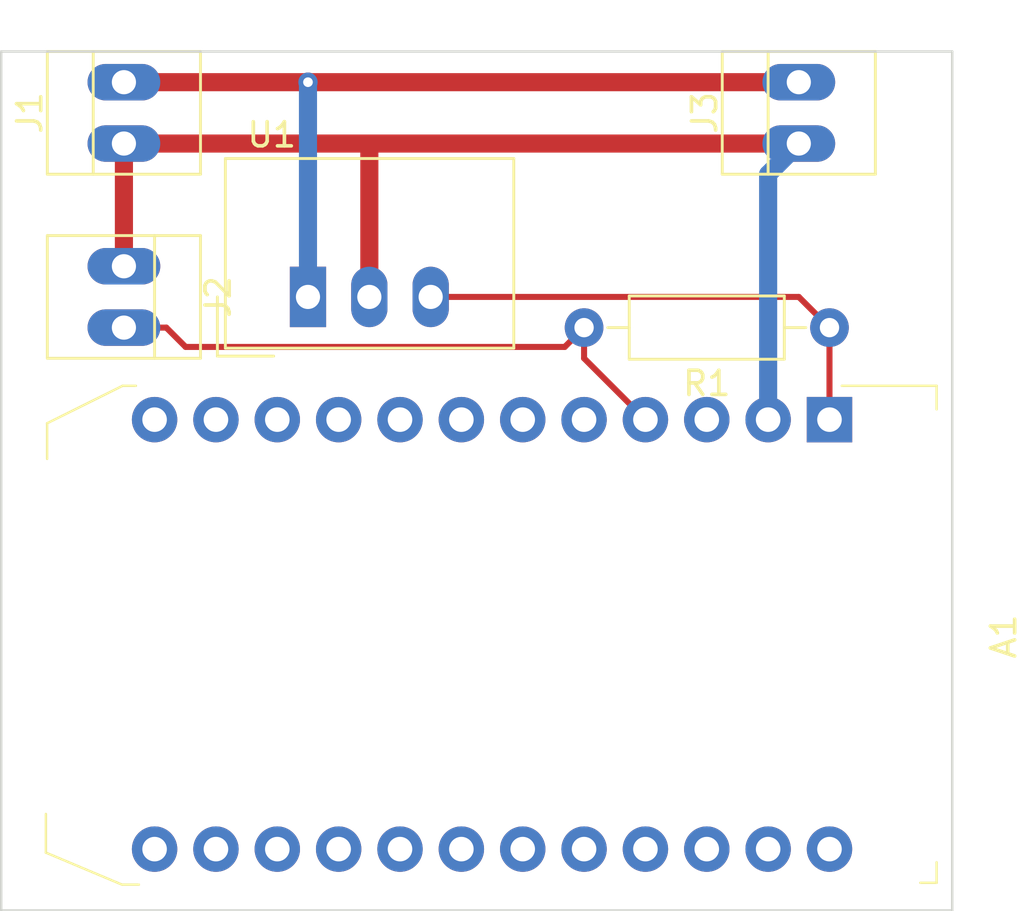
<source format=kicad_pcb>
(kicad_pcb (version 20171130) (host pcbnew "(5.1.4-0-10_14)")

  (general
    (thickness 1.6)
    (drawings 4)
    (tracks 20)
    (zones 0)
    (modules 6)
    (nets 26)
  )

  (page A4)
  (layers
    (0 F.Cu signal)
    (31 B.Cu signal)
    (32 B.Adhes user)
    (33 F.Adhes user)
    (34 B.Paste user)
    (35 F.Paste user)
    (36 B.SilkS user)
    (37 F.SilkS user)
    (38 B.Mask user)
    (39 F.Mask user)
    (40 Dwgs.User user)
    (41 Cmts.User user)
    (42 Eco1.User user)
    (43 Eco2.User user)
    (44 Edge.Cuts user)
    (45 Margin user)
    (46 B.CrtYd user)
    (47 F.CrtYd user)
    (48 B.Fab user)
    (49 F.Fab user)
  )

  (setup
    (last_trace_width 0.25)
    (trace_clearance 0.2)
    (zone_clearance 0.508)
    (zone_45_only no)
    (trace_min 0.2)
    (via_size 0.8)
    (via_drill 0.4)
    (via_min_size 0.4)
    (via_min_drill 0.3)
    (uvia_size 0.3)
    (uvia_drill 0.1)
    (uvias_allowed no)
    (uvia_min_size 0.2)
    (uvia_min_drill 0.1)
    (edge_width 0.05)
    (segment_width 0.2)
    (pcb_text_width 0.3)
    (pcb_text_size 1.5 1.5)
    (mod_edge_width 0.12)
    (mod_text_size 1 1)
    (mod_text_width 0.15)
    (pad_size 1.524 1.524)
    (pad_drill 0.762)
    (pad_to_mask_clearance 0.051)
    (solder_mask_min_width 0.25)
    (aux_axis_origin 0 0)
    (visible_elements FFFFFF7F)
    (pcbplotparams
      (layerselection 0x010fc_ffffffff)
      (usegerberextensions false)
      (usegerberattributes false)
      (usegerberadvancedattributes false)
      (creategerberjobfile false)
      (excludeedgelayer true)
      (linewidth 0.100000)
      (plotframeref false)
      (viasonmask false)
      (mode 1)
      (useauxorigin false)
      (hpglpennumber 1)
      (hpglpenspeed 20)
      (hpglpendiameter 15.000000)
      (psnegative false)
      (psa4output false)
      (plotreference true)
      (plotvalue true)
      (plotinvisibletext false)
      (padsonsilk false)
      (subtractmaskfromsilk false)
      (outputformat 1)
      (mirror false)
      (drillshape 1)
      (scaleselection 1)
      (outputdirectory ""))
  )

  (net 0 "")
  (net 1 "Net-(A1-Pad24)")
  (net 2 "Net-(A1-Pad23)")
  (net 3 "Net-(A1-Pad22)")
  (net 4 "Net-(A1-Pad21)")
  (net 5 "Net-(A1-Pad20)")
  (net 6 "Net-(A1-Pad19)")
  (net 7 "Net-(A1-Pad18)")
  (net 8 "Net-(A1-Pad17)")
  (net 9 "Net-(A1-Pad16)")
  (net 10 "Net-(A1-Pad15)")
  (net 11 "Net-(A1-Pad14)")
  (net 12 "Net-(A1-Pad13)")
  (net 13 "Net-(A1-Pad1)")
  (net 14 "Net-(A1-Pad2)")
  (net 15 "Net-(A1-Pad3)")
  (net 16 "Net-(A1-Pad4)")
  (net 17 "Net-(A1-Pad5)")
  (net 18 "Net-(A1-Pad6)")
  (net 19 "Net-(A1-Pad7)")
  (net 20 "Net-(A1-Pad8)")
  (net 21 "Net-(A1-Pad9)")
  (net 22 "Net-(A1-Pad10)")
  (net 23 "Net-(A1-Pad11)")
  (net 24 "Net-(A1-Pad12)")
  (net 25 "Net-(J1-Pad2)")

  (net_class Default "This is the default net class."
    (clearance 0.2)
    (trace_width 0.25)
    (via_dia 0.8)
    (via_drill 0.4)
    (uvia_dia 0.3)
    (uvia_drill 0.1)
    (add_net "Net-(A1-Pad1)")
    (add_net "Net-(A1-Pad10)")
    (add_net "Net-(A1-Pad11)")
    (add_net "Net-(A1-Pad12)")
    (add_net "Net-(A1-Pad13)")
    (add_net "Net-(A1-Pad14)")
    (add_net "Net-(A1-Pad15)")
    (add_net "Net-(A1-Pad16)")
    (add_net "Net-(A1-Pad17)")
    (add_net "Net-(A1-Pad18)")
    (add_net "Net-(A1-Pad19)")
    (add_net "Net-(A1-Pad2)")
    (add_net "Net-(A1-Pad20)")
    (add_net "Net-(A1-Pad21)")
    (add_net "Net-(A1-Pad22)")
    (add_net "Net-(A1-Pad23)")
    (add_net "Net-(A1-Pad24)")
    (add_net "Net-(A1-Pad3)")
    (add_net "Net-(A1-Pad4)")
    (add_net "Net-(A1-Pad5)")
    (add_net "Net-(A1-Pad6)")
    (add_net "Net-(A1-Pad7)")
    (add_net "Net-(A1-Pad8)")
    (add_net "Net-(A1-Pad9)")
    (add_net "Net-(J1-Pad2)")
  )

  (module Connectors:PINHEAD1-2 (layer F.Cu) (tedit 0) (tstamp 5DDEE3E1)
    (at 69.85 77.47 270)
    (path /5DE06DFD)
    (fp_text reference J2 (at 1.27 -3.9 90) (layer F.SilkS)
      (effects (font (size 1 1) (thickness 0.15)))
    )
    (fp_text value Conn_01x02 (at 1.27 3.81 90) (layer F.Fab)
      (effects (font (size 1 1) (thickness 0.15)))
    )
    (fp_line (start 3.81 -1.27) (end -1.27 -1.27) (layer F.SilkS) (width 0.12))
    (fp_line (start 3.81 3.17) (end -1.27 3.17) (layer F.SilkS) (width 0.12))
    (fp_line (start -1.27 -3.17) (end 3.81 -3.17) (layer F.SilkS) (width 0.12))
    (fp_line (start -1.27 -3.17) (end -1.27 3.17) (layer F.SilkS) (width 0.12))
    (fp_line (start 3.81 -3.17) (end 3.81 3.17) (layer F.SilkS) (width 0.12))
    (fp_line (start -1.52 -3.42) (end 4.06 -3.42) (layer F.CrtYd) (width 0.05))
    (fp_line (start -1.52 -3.42) (end -1.52 3.42) (layer F.CrtYd) (width 0.05))
    (fp_line (start 4.06 3.42) (end 4.06 -3.42) (layer F.CrtYd) (width 0.05))
    (fp_line (start 4.06 3.42) (end -1.52 3.42) (layer F.CrtYd) (width 0.05))
    (pad 1 thru_hole oval (at 0 0 270) (size 1.51 3.01) (drill 1) (layers *.Cu *.Mask)
      (net 14 "Net-(A1-Pad2)"))
    (pad 2 thru_hole oval (at 2.54 0 270) (size 1.51 3.01) (drill 1) (layers *.Cu *.Mask)
      (net 16 "Net-(A1-Pad4)"))
  )

  (module Converters_DCDC_ACDC:DCDC-Conv_TRACO_TSR-1 (layer F.Cu) (tedit 59FE1FB7) (tstamp 5DDEED4F)
    (at 77.47 78.74)
    (descr "DCDC-Converter, TRACO, TSR 1-xxxx")
    (tags "DCDC-Converter TRACO TSR-1")
    (path /5DDF8366)
    (fp_text reference U1 (at -1.5 -6.71) (layer F.SilkS)
      (effects (font (size 1 1) (thickness 0.15)))
    )
    (fp_text value TSR_1-2450 (at 2.5 3.25) (layer F.Fab)
      (effects (font (size 1 1) (thickness 0.15)))
    )
    (fp_text user %R (at 3 -3 270) (layer F.Fab)
      (effects (font (size 1 1) (thickness 0.15)))
    )
    (fp_line (start -3.75 2.45) (end -1.42 2.45) (layer F.SilkS) (width 0.12))
    (fp_line (start -3.75 0) (end -3.75 2.45) (layer F.SilkS) (width 0.12))
    (fp_line (start -3.3 1) (end -2.3 2) (layer F.Fab) (width 0.1))
    (fp_line (start -3.3 1) (end -3.3 -5.6) (layer F.Fab) (width 0.1))
    (fp_line (start 8.4 2) (end 8.4 -5.6) (layer F.Fab) (width 0.1))
    (fp_line (start -3.3 -5.6) (end 8.4 -5.6) (layer F.Fab) (width 0.1))
    (fp_line (start -3.55 2.25) (end -3.55 -5.85) (layer F.CrtYd) (width 0.05))
    (fp_line (start 8.65 2.25) (end -3.55 2.25) (layer F.CrtYd) (width 0.05))
    (fp_line (start 8.65 -5.85) (end 8.65 2.25) (layer F.CrtYd) (width 0.05))
    (fp_line (start -3.55 -5.85) (end 8.65 -5.85) (layer F.CrtYd) (width 0.05))
    (fp_line (start 8.52 2.12) (end -3.42 2.12) (layer F.SilkS) (width 0.12))
    (fp_line (start 8.52 -5.73) (end 8.52 2.12) (layer F.SilkS) (width 0.12))
    (fp_line (start -3.42 -5.73) (end 8.52 -5.73) (layer F.SilkS) (width 0.12))
    (fp_line (start -3.42 2.12) (end -3.42 -5.73) (layer F.SilkS) (width 0.12))
    (fp_line (start -2.3 2) (end 8.4 2) (layer F.Fab) (width 0.1))
    (pad 1 thru_hole rect (at 0 0) (size 1.5 2.5) (drill 1) (layers *.Cu *.Mask)
      (net 25 "Net-(J1-Pad2)"))
    (pad 2 thru_hole oval (at 2.54 0) (size 1.5 2.5) (drill 1) (layers *.Cu *.Mask)
      (net 14 "Net-(A1-Pad2)"))
    (pad 3 thru_hole oval (at 5.08 0) (size 1.5 2.5) (drill 1) (layers *.Cu *.Mask)
      (net 13 "Net-(A1-Pad1)"))
    (model ${KISYS3DMOD}/Converters_DCDC_ACDC.3dshapes/DCDC-Conv_TRACO_TSR-1.wrl
      (at (xyz 0 0 0))
      (scale (xyz 1 1 1))
      (rotate (xyz 0 0 0))
    )
  )

  (module Connectors:PINHEAD1-2 (layer F.Cu) (tedit 0) (tstamp 5DDEF2AA)
    (at 97.79 72.39 90)
    (path /5DE06373)
    (fp_text reference J3 (at 1.27 -3.9 90) (layer F.SilkS)
      (effects (font (size 1 1) (thickness 0.15)))
    )
    (fp_text value Conn_01x02 (at 1.27 3.81 90) (layer F.Fab)
      (effects (font (size 1 1) (thickness 0.15)))
    )
    (fp_line (start 3.81 -1.27) (end -1.27 -1.27) (layer F.SilkS) (width 0.12))
    (fp_line (start 3.81 3.17) (end -1.27 3.17) (layer F.SilkS) (width 0.12))
    (fp_line (start -1.27 -3.17) (end 3.81 -3.17) (layer F.SilkS) (width 0.12))
    (fp_line (start -1.27 -3.17) (end -1.27 3.17) (layer F.SilkS) (width 0.12))
    (fp_line (start 3.81 -3.17) (end 3.81 3.17) (layer F.SilkS) (width 0.12))
    (fp_line (start -1.52 -3.42) (end 4.06 -3.42) (layer F.CrtYd) (width 0.05))
    (fp_line (start -1.52 -3.42) (end -1.52 3.42) (layer F.CrtYd) (width 0.05))
    (fp_line (start 4.06 3.42) (end 4.06 -3.42) (layer F.CrtYd) (width 0.05))
    (fp_line (start 4.06 3.42) (end -1.52 3.42) (layer F.CrtYd) (width 0.05))
    (pad 1 thru_hole oval (at 0 0 90) (size 1.51 3.01) (drill 1) (layers *.Cu *.Mask)
      (net 14 "Net-(A1-Pad2)"))
    (pad 2 thru_hole oval (at 2.54 0 90) (size 1.51 3.01) (drill 1) (layers *.Cu *.Mask)
      (net 25 "Net-(J1-Pad2)"))
  )

  (module Resistors_THT:R_Axial_DIN0207_L6.3mm_D2.5mm_P10.16mm_Horizontal (layer F.Cu) (tedit 5874F706) (tstamp 5DDEEDFD)
    (at 99.06 80.01 180)
    (descr "Resistor, Axial_DIN0207 series, Axial, Horizontal, pin pitch=10.16mm, 0.25W = 1/4W, length*diameter=6.3*2.5mm^2, http://cdn-reichelt.de/documents/datenblatt/B400/1_4W%23YAG.pdf")
    (tags "Resistor Axial_DIN0207 series Axial Horizontal pin pitch 10.16mm 0.25W = 1/4W length 6.3mm diameter 2.5mm")
    (path /5DDF728B)
    (fp_text reference R1 (at 5.08 -2.31) (layer F.SilkS)
      (effects (font (size 1 1) (thickness 0.15)))
    )
    (fp_text value 1k (at 5.08 2.31) (layer F.Fab)
      (effects (font (size 1 1) (thickness 0.15)))
    )
    (fp_line (start 1.93 -1.25) (end 1.93 1.25) (layer F.Fab) (width 0.1))
    (fp_line (start 1.93 1.25) (end 8.23 1.25) (layer F.Fab) (width 0.1))
    (fp_line (start 8.23 1.25) (end 8.23 -1.25) (layer F.Fab) (width 0.1))
    (fp_line (start 8.23 -1.25) (end 1.93 -1.25) (layer F.Fab) (width 0.1))
    (fp_line (start 0 0) (end 1.93 0) (layer F.Fab) (width 0.1))
    (fp_line (start 10.16 0) (end 8.23 0) (layer F.Fab) (width 0.1))
    (fp_line (start 1.87 -1.31) (end 1.87 1.31) (layer F.SilkS) (width 0.12))
    (fp_line (start 1.87 1.31) (end 8.29 1.31) (layer F.SilkS) (width 0.12))
    (fp_line (start 8.29 1.31) (end 8.29 -1.31) (layer F.SilkS) (width 0.12))
    (fp_line (start 8.29 -1.31) (end 1.87 -1.31) (layer F.SilkS) (width 0.12))
    (fp_line (start 0.98 0) (end 1.87 0) (layer F.SilkS) (width 0.12))
    (fp_line (start 9.18 0) (end 8.29 0) (layer F.SilkS) (width 0.12))
    (fp_line (start -1.05 -1.6) (end -1.05 1.6) (layer F.CrtYd) (width 0.05))
    (fp_line (start -1.05 1.6) (end 11.25 1.6) (layer F.CrtYd) (width 0.05))
    (fp_line (start 11.25 1.6) (end 11.25 -1.6) (layer F.CrtYd) (width 0.05))
    (fp_line (start 11.25 -1.6) (end -1.05 -1.6) (layer F.CrtYd) (width 0.05))
    (pad 1 thru_hole circle (at 0 0 180) (size 1.6 1.6) (drill 0.8) (layers *.Cu *.Mask)
      (net 13 "Net-(A1-Pad1)"))
    (pad 2 thru_hole oval (at 10.16 0 180) (size 1.6 1.6) (drill 0.8) (layers *.Cu *.Mask)
      (net 16 "Net-(A1-Pad4)"))
    (model ${KISYS3DMOD}/Resistors_THT.3dshapes/R_Axial_DIN0207_L6.3mm_D2.5mm_P10.16mm_Horizontal.wrl
      (at (xyz 0 0 0))
      (scale (xyz 0.393701 0.393701 0.393701))
      (rotate (xyz 0 0 0))
    )
  )

  (module Connectors:PINHEAD1-2 (layer F.Cu) (tedit 0) (tstamp 5DDEEE6F)
    (at 69.85 72.39 90)
    (path /5DE04A03)
    (fp_text reference J1 (at 1.27 -3.9 90) (layer F.SilkS)
      (effects (font (size 1 1) (thickness 0.15)))
    )
    (fp_text value Conn_01x02 (at 1.27 3.81 90) (layer F.Fab)
      (effects (font (size 1 1) (thickness 0.15)))
    )
    (fp_line (start 3.81 -1.27) (end -1.27 -1.27) (layer F.SilkS) (width 0.12))
    (fp_line (start 3.81 3.17) (end -1.27 3.17) (layer F.SilkS) (width 0.12))
    (fp_line (start -1.27 -3.17) (end 3.81 -3.17) (layer F.SilkS) (width 0.12))
    (fp_line (start -1.27 -3.17) (end -1.27 3.17) (layer F.SilkS) (width 0.12))
    (fp_line (start 3.81 -3.17) (end 3.81 3.17) (layer F.SilkS) (width 0.12))
    (fp_line (start -1.52 -3.42) (end 4.06 -3.42) (layer F.CrtYd) (width 0.05))
    (fp_line (start -1.52 -3.42) (end -1.52 3.42) (layer F.CrtYd) (width 0.05))
    (fp_line (start 4.06 3.42) (end 4.06 -3.42) (layer F.CrtYd) (width 0.05))
    (fp_line (start 4.06 3.42) (end -1.52 3.42) (layer F.CrtYd) (width 0.05))
    (pad 1 thru_hole oval (at 0 0 90) (size 1.51 3.01) (drill 1) (layers *.Cu *.Mask)
      (net 14 "Net-(A1-Pad2)"))
    (pad 2 thru_hole oval (at 2.54 0 90) (size 1.51 3.01) (drill 1) (layers *.Cu *.Mask)
      (net 25 "Net-(J1-Pad2)"))
  )

  (module digikey-footprints:Particle_Photon (layer F.Cu) (tedit 59CD2E49) (tstamp 5DDEDDB3)
    (at 71.12 83.82 270)
    (path /5DDF2761)
    (fp_text reference A1 (at 8.975 -35.15 90) (layer F.SilkS)
      (effects (font (size 1 1) (thickness 0.15)))
    )
    (fp_text value PHOTONH (at 8.7 5.325 90) (layer F.Fab)
      (effects (font (size 1 1) (thickness 0.15)))
    )
    (fp_line (start -1.27 -32.258) (end -1.27 1.27) (layer F.Fab) (width 0.1016))
    (fp_line (start 19.05 1.27) (end 19.05 -32.258) (layer F.Fab) (width 0.1016))
    (fp_line (start -1.27 -32.258) (end 4.8768 -32.258) (layer F.Fab) (width 0.1016))
    (fp_line (start 4.8768 -32.258) (end 4.8768 -34.163) (layer F.Fab) (width 0.1016))
    (fp_line (start 4.8768 -34.163) (end 12.9032 -34.163) (layer F.Fab) (width 0.1016))
    (fp_line (start 12.9032 -34.163) (end 12.9032 -32.258) (layer F.Fab) (width 0.1016))
    (fp_line (start 12.9032 -32.258) (end 19.05 -32.258) (layer F.Fab) (width 0.1016))
    (fp_line (start 17.78 4.318) (end 0.254 4.318) (layer F.Fab) (width 0.1016))
    (fp_line (start -1.27 1.27) (end 0.254 4.318) (layer F.Fab) (width 0.1016))
    (fp_line (start 19.05 1.27) (end 17.78 4.318) (layer F.Fab) (width 0.1016))
    (fp_line (start 19.175 -32.375) (end 19.175 -31.7) (layer F.SilkS) (width 0.1016))
    (fp_line (start 18.325 -32.375) (end 19.175 -32.375) (layer F.SilkS) (width 0.1016))
    (fp_line (start 17.925 4.5) (end 16.325 4.5) (layer F.SilkS) (width 0.1016))
    (fp_line (start 19.25 1.35) (end 17.925 4.5) (layer F.SilkS) (width 0.1016))
    (fp_line (start 19.25 0.65) (end 19.25 1.35) (layer F.SilkS) (width 0.1016))
    (fp_line (start 0.15 4.45) (end 1.625 4.45) (layer F.SilkS) (width 0.1016))
    (fp_line (start -1.4 1.325) (end 0.15 4.45) (layer F.SilkS) (width 0.1016))
    (fp_line (start -1.4 0.775) (end -1.4 1.325) (layer F.SilkS) (width 0.1016))
    (fp_line (start -1.4 -32.375) (end -1.4 -28.45) (layer F.SilkS) (width 0.1016))
    (fp_line (start -0.425 -32.375) (end -1.4 -32.375) (layer F.SilkS) (width 0.1016))
    (fp_text user %R (at 8.35 -13.475 90) (layer F.Fab)
      (effects (font (size 1 1) (thickness 0.15)))
    )
    (fp_line (start -1.5748 -34.544) (end 19.3548 -34.544) (layer F.CrtYd) (width 0.0508))
    (fp_line (start 19.3548 -34.544) (end 19.3548 4.6228) (layer F.CrtYd) (width 0.0508))
    (fp_line (start 19.3548 4.6228) (end -1.5748 4.6228) (layer F.CrtYd) (width 0.0508))
    (fp_line (start -1.5748 4.6228) (end -1.5748 -34.544) (layer F.CrtYd) (width 0.0508))
    (pad 24 thru_hole circle (at 17.78 -27.94 270) (size 1.8796 1.8796) (drill 1.016) (layers *.Cu *.Mask)
      (net 1 "Net-(A1-Pad24)"))
    (pad 23 thru_hole circle (at 17.78 -25.4 270) (size 1.8796 1.8796) (drill 1.016) (layers *.Cu *.Mask)
      (net 2 "Net-(A1-Pad23)"))
    (pad 22 thru_hole circle (at 17.78 -22.86 270) (size 1.8796 1.8796) (drill 1.016) (layers *.Cu *.Mask)
      (net 3 "Net-(A1-Pad22)"))
    (pad 21 thru_hole circle (at 17.78 -20.32 270) (size 1.8796 1.8796) (drill 1.016) (layers *.Cu *.Mask)
      (net 4 "Net-(A1-Pad21)"))
    (pad 20 thru_hole circle (at 17.78 -17.78 270) (size 1.8796 1.8796) (drill 1.016) (layers *.Cu *.Mask)
      (net 5 "Net-(A1-Pad20)"))
    (pad 19 thru_hole circle (at 17.78 -15.24 270) (size 1.8796 1.8796) (drill 1.016) (layers *.Cu *.Mask)
      (net 6 "Net-(A1-Pad19)"))
    (pad 18 thru_hole circle (at 17.78 -12.7 270) (size 1.8796 1.8796) (drill 1.016) (layers *.Cu *.Mask)
      (net 7 "Net-(A1-Pad18)"))
    (pad 17 thru_hole circle (at 17.78 -10.16 270) (size 1.8796 1.8796) (drill 1.016) (layers *.Cu *.Mask)
      (net 8 "Net-(A1-Pad17)"))
    (pad 16 thru_hole circle (at 17.78 -7.62 270) (size 1.8796 1.8796) (drill 1.016) (layers *.Cu *.Mask)
      (net 9 "Net-(A1-Pad16)"))
    (pad 15 thru_hole circle (at 17.78 -5.08 270) (size 1.8796 1.8796) (drill 1.016) (layers *.Cu *.Mask)
      (net 10 "Net-(A1-Pad15)"))
    (pad 14 thru_hole circle (at 17.78 -2.54 270) (size 1.8796 1.8796) (drill 1.016) (layers *.Cu *.Mask)
      (net 11 "Net-(A1-Pad14)"))
    (pad 13 thru_hole circle (at 17.78 0 270) (size 1.8796 1.8796) (drill 1.016) (layers *.Cu *.Mask)
      (net 12 "Net-(A1-Pad13)"))
    (pad 1 thru_hole rect (at 0 -27.94 270) (size 1.8796 1.8796) (drill 1.016) (layers *.Cu *.Mask)
      (net 13 "Net-(A1-Pad1)"))
    (pad 2 thru_hole circle (at 0 -25.4 270) (size 1.8796 1.8796) (drill 1.016) (layers *.Cu *.Mask)
      (net 14 "Net-(A1-Pad2)"))
    (pad 3 thru_hole circle (at 0 -22.86 270) (size 1.8796 1.8796) (drill 1.016) (layers *.Cu *.Mask)
      (net 15 "Net-(A1-Pad3)"))
    (pad 4 thru_hole circle (at 0 -20.32 270) (size 1.8796 1.8796) (drill 1.016) (layers *.Cu *.Mask)
      (net 16 "Net-(A1-Pad4)"))
    (pad 5 thru_hole circle (at 0 -17.78 270) (size 1.8796 1.8796) (drill 1.016) (layers *.Cu *.Mask)
      (net 17 "Net-(A1-Pad5)"))
    (pad 6 thru_hole circle (at 0 -15.24 270) (size 1.8796 1.8796) (drill 1.016) (layers *.Cu *.Mask)
      (net 18 "Net-(A1-Pad6)"))
    (pad 7 thru_hole circle (at 0 -12.7 270) (size 1.8796 1.8796) (drill 1.016) (layers *.Cu *.Mask)
      (net 19 "Net-(A1-Pad7)"))
    (pad 8 thru_hole circle (at 0 -10.16 270) (size 1.8796 1.8796) (drill 1.016) (layers *.Cu *.Mask)
      (net 20 "Net-(A1-Pad8)"))
    (pad 9 thru_hole circle (at 0 -7.62 270) (size 1.8796 1.8796) (drill 1.016) (layers *.Cu *.Mask)
      (net 21 "Net-(A1-Pad9)"))
    (pad 10 thru_hole circle (at 0 -5.08 270) (size 1.8796 1.8796) (drill 1.016) (layers *.Cu *.Mask)
      (net 22 "Net-(A1-Pad10)"))
    (pad 11 thru_hole circle (at 0 -2.54 270) (size 1.8796 1.8796) (drill 1.016) (layers *.Cu *.Mask)
      (net 23 "Net-(A1-Pad11)"))
    (pad 12 thru_hole circle (at 0 0 270) (size 1.8796 1.8796) (drill 1.016) (layers *.Cu *.Mask)
      (net 24 "Net-(A1-Pad12)"))
  )

  (gr_line (start 64.77 104.14) (end 64.77 68.58) (layer Edge.Cuts) (width 0.1))
  (gr_line (start 104.14 104.14) (end 64.77 104.14) (layer Edge.Cuts) (width 0.1))
  (gr_line (start 104.14 68.58) (end 104.14 104.14) (layer Edge.Cuts) (width 0.1))
  (gr_line (start 64.77 68.58) (end 104.14 68.58) (layer Edge.Cuts) (width 0.1))

  (segment (start 99.06 80.01) (end 99.06 83.82) (width 0.25) (layer F.Cu) (net 13))
  (segment (start 97.79 78.74) (end 99.06 80.01) (width 0.25) (layer F.Cu) (net 13))
  (segment (start 82.55 78.74) (end 97.79 78.74) (width 0.25) (layer F.Cu) (net 13))
  (segment (start 69.85 72.39) (end 69.85 77.47) (width 0.75) (layer F.Cu) (net 14))
  (segment (start 80.01 78.74) (end 80.01 72.39) (width 0.75) (layer F.Cu) (net 14))
  (segment (start 80.01 72.39) (end 69.85 72.39) (width 0.75) (layer F.Cu) (net 14))
  (segment (start 97.79 72.39) (end 80.01 72.39) (width 0.75) (layer F.Cu) (net 14))
  (segment (start 96.52 73.66) (end 97.79 72.39) (width 0.75) (layer B.Cu) (net 14))
  (segment (start 96.52 83.82) (end 96.52 73.66) (width 0.75) (layer B.Cu) (net 14))
  (segment (start 69.85 80.01) (end 70.6 80.01) (width 0.25) (layer F.Cu) (net 16))
  (segment (start 71.605 80.01) (end 69.85 80.01) (width 0.25) (layer F.Cu) (net 16))
  (segment (start 72.404999 80.809999) (end 71.605 80.01) (width 0.25) (layer F.Cu) (net 16))
  (segment (start 88.100001 80.809999) (end 72.404999 80.809999) (width 0.25) (layer F.Cu) (net 16))
  (segment (start 88.9 80.01) (end 88.100001 80.809999) (width 0.25) (layer F.Cu) (net 16))
  (segment (start 88.9 81.28) (end 91.44 83.82) (width 0.25) (layer F.Cu) (net 16))
  (segment (start 88.9 80.01) (end 88.9 81.28) (width 0.25) (layer F.Cu) (net 16))
  (segment (start 97.79 69.85) (end 69.85 69.85) (width 0.75) (layer F.Cu) (net 25))
  (segment (start 77.47 78.74) (end 77.47 69.85) (width 0.75) (layer B.Cu) (net 25))
  (segment (start 77.47 69.85) (end 77.47 69.85) (width 0.75) (layer B.Cu) (net 25) (tstamp 5DDEF43A))
  (via (at 77.47 69.85) (size 0.8) (drill 0.4) (layers F.Cu B.Cu) (net 25))

)

</source>
